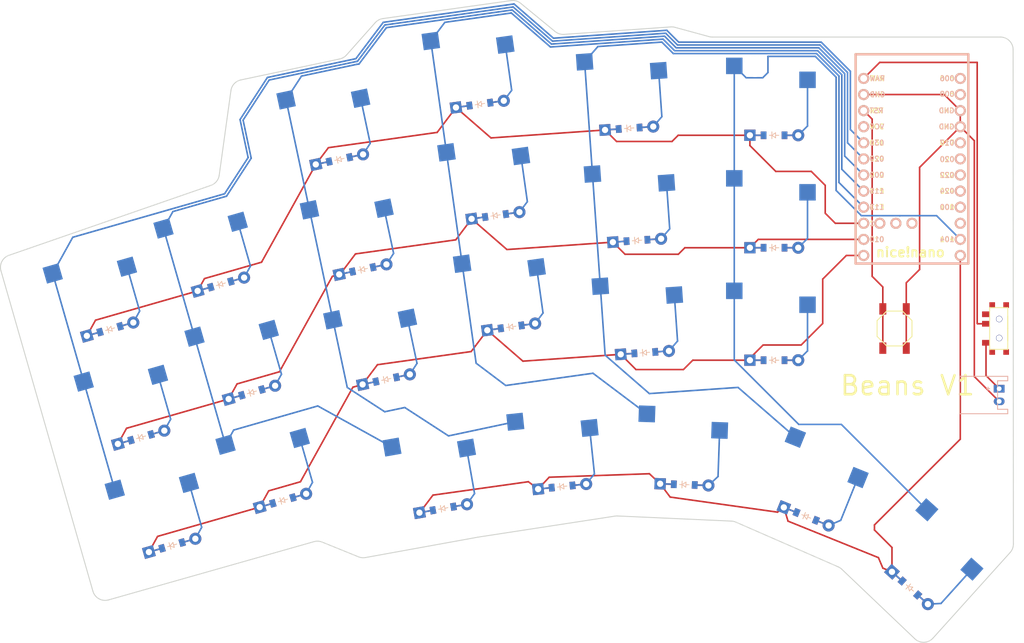
<source format=kicad_pcb>
(kicad_pcb (version 20240108) (generator "pcbnew") (generator_version "8.0")
  (title_block (title "left") (rev "v1.0.0") (company "Unknown"))
  (layers (0 "F.Cu" signal) (31 "B.Cu" signal) (34 "B.Paste" user) (35 "F.Paste" user) (36 "B.SilkS" user "B.Silkscreen") (37 "F.SilkS" user "F.Silkscreen") (38 "B.Mask" user) (39 "F.Mask" user) (44 "Edge.Cuts" user))
  (net 0 "")
  (net 1 "P031")
  (net 2 "first_bottom")
  (net 3 "first_home")
  (net 4 "first_top")
  (net 5 "P029")
  (net 6 "second_bottom")
  (net 7 "second_home")
  (net 8 "second_top")
  (net 9 "P002")
  (net 10 "third_bottom")
  (net 11 "third_home")
  (net 12 "third_top")
  (net 13 "P115")
  (net 14 "fourth_bottom")
  (net 15 "fourth_home")
  (net 16 "fourth_top")
  (net 17 "P113")
  (net 18 "fifth_bottom")
  (net 19 "fifth_home")
  (net 20 "fifth_top")
  (net 21 "P104")
  (net 22 "sixth_bottom")
  (net 23 "sixth_home")
  (net 24 "sixth_top")
  (net 25 "first_only")
  (net 26 "second_only")
  (net 27 "third_only")
  (net 28 "fourth_only")
  (net 29 "fifth_only")
  (net 30 "P009")
  (net 31 "P010")
  (net 32 "P111")
  (net 33 "P106")
  (net 34 "RAW")
  (net 35 "GND")
  (net 36 "RST")
  (net 37 "VCC")
  (net 38 "P006")
  (net 39 "P008")
  (net 40 "P017")
  (net 41 "P020")
  (net 42 "P022")
  (net 43 "P024")
  (net 44 "P100")
  (net 45 "P011")
  (net 46 "P101")
  (net 47 "P102")
  (net 48 "P107")
  (net 49 "pos")
  (footprint "E73:SPDT_C128955" (layer "F.Cu") (at 263.073646 135.802138 -90)
    (property "Reference" "T1" (hide yes))
    (property "Value" "" (hide yes))
  )
  (footprint "E73:SW_TACT_ALPS_SKQGABE010" (layer "F.Cu") (at 246.573652 135.802137 -90)
    (property "Reference" "B1" (hide yes))
    (property "Value" "" (hide yes))
  )
  (footprint "PG1350" (layer "F.Cu") (at 140.959797 141.899329 16)
    (property "Reference" "S5" (hide yes))
    (property "Value" "" (hide yes))
  )
  (footprint "PG1350" (layer "F.Cu") (at 231.735802 159.699079 -22)
    (property "Reference" "S22" (hide yes))
    (property "Value" "" (hide yes))
  )
  (footprint "ComboDiode" (layer "F.Cu") (at 227.573647 140.802127)
    (property "Reference" "D16" (hide yes))
    (property "Value" "" (hide yes))
  )
  (footprint "PG1350" (layer "F.Cu") (at 177.509157 95.852993 8)
    (property "Reference" "S12" (hide yes))
    (property "Value" "" (hide yes))
  )
  (footprint "ComboDiode" (layer "F.Cu") (at 127.749389 152.969453 16)
    (property "Reference" "D2" (hide yes))
    (property "Value" "" (hide yes))
  )
  (footprint "ComboDiode" (layer "F.Cu") (at 213.413397 160.439123 -2)
    (property "Reference" "D21" (hide yes))
    (property "Value" "" (hide yes))
  )
  (footprint "ComboDiode" (layer "F.Cu") (at 159.026152 109.109508 12)
    (property "Reference" "D9" (hide yes))
    (property "Value" "" (hide yes))
  )
  (footprint "ComboDiode" (layer "F.Cu") (at 232.644323 165.458812 -22)
    (property "Reference" "D22" (hide yes))
    (property "Value" "" (hide yes))
  )
  (footprint "ComboDiode" (layer "F.Cu") (at 162.716586 126.471639 12)
    (property "Reference" "D8" (hide yes))
    (property "Value" "" (hide yes))
  )
  (footprint "PG1350" (layer "F.Cu") (at 250.114864 171.030017 -42)
    (property "Reference" "S23" (hide yes))
    (property "Value" "" (hide yes))
  )
  (footprint "PG1350" (layer "F.Cu") (at 128.379977 166.05245 16)
    (property "Reference" "S1" (hide yes))
    (property "Value" "" (hide yes))
  )
  (footprint "ComboDiode" (layer "F.Cu") (at 132.641952 170.031841 16)
    (property "Reference" "D1" (hide yes))
    (property "Value" "" (hide yes))
  )
  (footprint "ComboDiode" (layer "F.Cu") (at 166.407012 143.833751 12)
    (property "Reference" "D7" (hide yes))
    (property "Value" "" (hide yes))
  )
  (footprint "PG1350" (layer "F.Cu") (at 190.643769 156.086362 6)
    (property "Reference" "S20" (hide yes))
    (property "Value" "" (hide yes))
  )
  (footprint "PG1350" (layer "F.Cu") (at 224.573647 118.052136)
    (property "Reference" "S17" (hide yes))
    (property "Value" "" (hide yes))
  )
  (footprint "ComboDiode" (layer "F.Cu") (at 227.573656 105.302136)
    (property "Reference" "D18" (hide yes))
    (property "Value" "" (hide yes))
  )
  (footprint "PG1350" (layer "F.Cu") (at 155.052147 104.842506 12)
    (property "Reference" "S9" (hide yes))
    (property "Value" "" (hide yes))
  )
  (footprint "PG1350" (layer "F.Cu") (at 123.487424 148.99006 16)
    (property "Reference" "S2" (hide yes))
    (property "Value" "" (hide yes))
  )
  (footprint "ComboDiode" (layer "F.Cu") (at 186.116473 135.541327 8)
    (property "Reference" "D10" (hide yes))
    (property "Value" "" (hide yes))
  )
  (footprint "ComboDiode" (layer "F.Cu") (at 194.149981 160.745386 6)
    (property "Reference" "D20" (hide yes))
    (property "Value" "" (hide yes))
  )
  (footprint "PG1350" (layer "F.Cu") (at 179.979486 113.430243 8)
    (property "Reference" "S11" (hide yes))
    (property "Value" "" (hide yes))
  )
  (footprint "ComboDiode" (layer "F.Cu") (at 204.716761 104.196338 4)
    (property "Reference" "D15" (hide yes))
    (property "Value" "" (hide yes))
  )
  (footprint "ComboDiode" (layer "F.Cu") (at 207.193113 139.609868 4)
    (property "Reference" "D13" (hide yes))
    (property "Value" "" (hide yes))
  )
  (footprint "PG1350" (layer "F.Cu") (at 118.594861 131.927657 16)
    (property "Reference" "S3" (hide yes))
    (property "Value" "" (hide yes))
  )
  (footprint "PG1350" (layer "F.Cu") (at 224.573648 135.802128)
    (property "Reference" "S16" (hide yes))
    (property "Value" "" (hide yes))
  )
  (footprint "PG1350" (layer "F.Cu") (at 202.61346 117.124562 4)
    (property "Reference" "S14" (hide yes))
    (property "Value" "" (hide yes))
  )
  (footprint "PG1350" (layer "F.Cu") (at 145.852358 158.961721 16)
    (property "Reference" "S4" (hide yes))
    (property "Value" "" (hide yes))
  )
  (footprint "ComboDiode" (layer "F.Cu") (at 183.64615 117.964063 8)
    (property "Reference" "D11" (hide yes))
    (property "Value" "" (hide yes))
  )
  (footprint "PG1350" (layer "F.Cu") (at 210.589722 155.33748 -2)
    (property "Reference" "S21" (hide yes))
    (property "Value" "" (hide yes))
  )
  (footprint "PG1350" (layer "F.Cu") (at 171.57365 159.802139 10)
    (property "Reference" "S19" (hide yes))
    (property "Value" "" (hide yes))
  )
  (footprint "nice_nano" (layer "F.Cu") (at 249.323656 110.302133 -90)
    (property "Reference" "MCU1" (hide yes))
    (property "Value" "nice_nano" (hide yes))
  )
  (footprint "PG1350" (layer "F.Cu") (at 182.449804 131.007503 8)
    (property "Reference" "S10" (hide yes))
    (property "Value" "" (hide yes))
  )
  (footprint "ComboDiode" (layer "F.Cu") (at 227.573651 123.052134)
    (property "Reference" "D17" (hide yes))
    (property "Value" "" (hide yes))
  )
  (footprint "ComboDiode" (layer "F.Cu") (at 150.11433 162.941126 16)
    (property "Reference" "D4" (hide yes))
    (property "Value" "" (hide yes))
  )
  (footprint "ComboDiode" (layer "F.Cu") (at 145.221778 145.878724 16)
    (property "Reference" "D5" (hide yes))
    (property "Value" "" (hide yes))
  )
  (footprint "ComboDiode" (layer "F.Cu") (at 175.396308 164.20523 10)
    (property "Reference" "D19" (hide yes))
    (property "Value" "" (hide yes))
  )
  (footprint "ComboDiode" (layer "F.Cu") (at 205.954941 121.903108 4)
    (property "Reference" "D14" (hide yes))
    (property "Value" "" (hide yes))
  )
  (footprint "PG1350" (layer "F.Cu") (at 162.433012 139.566748 12)
    (property "Reference" "S7" (hide yes))
    (property "Value" "" (hide yes))
  )
  (footprint "ComboDiode" (layer "F.Cu") (at 140.329209 128.816325 16)
    (property "Reference" "D6" (hide yes))
    (property "Value" "" (hide yes))
  )
  (footprint "ComboDiode" (layer "F.Cu") (at 181.175828 100.386802 8)
    (property "Reference" "D12" (hide yes))
    (property "Value" "" (hide yes))
  )
  (footprint "PG1350" (layer "F.Cu") (at 224.573644 100.302135)
    (property "Reference" "S18" (hide yes))
    (property "Value" "" (hide yes))
  )
  (footprint "JST_PH_S2B-PH-K_02x2.00mm_Angled" (layer "F.Cu") (at 263.073648 146.302129 -90)
    (property "Reference" "JST1" (hide yes))
    (property "Value" "" (hide yes))
  )
  (footprint "PG1350" (layer "F.Cu") (at 158.74258 122.204621 12)
    (property "Reference" "S8" (hide yes))
    (property "Value" "" (hide yes))
  )
  (footprint "ComboDiode" (layer "F.Cu") (at 248.998648 176.753127 -42)
    (property "Reference" "D23" (hide yes))
    (property "Value" "" (hide yes))
  )
  (footprint "PG1350" (layer "F.Cu") (at 136.067238 124.836931 16)
    (property "Reference" "S6" (hide yes))
    (property "Value" "" (hide yes))
  )
  (footprint "PG1350" (layer "F.Cu") (at 203.851638 134.831322 4)
    (property "Reference" "S13" (hide yes))
    (property "Value" "" (hide yes))
  )
  (footprint "PG1350" (layer "F.Cu") (at 201.375288 99.417799 4)
    (property "Reference" "S15" (hide yes))
    (property "Value" "" (hide yes))
  )
  (footprint "ComboDiode" (layer "F.Cu") (at 122.856829 135.90706 16)
    (property "Reference" "D3" (hide yes))
    (property "Value" "" (hide yes))
  )
  (gr_arc (start 220.845601 166.198244) (mid 221.208834 166.248272) (end 221.556828 166.363774) (stroke (width 0.15)) (layer "Edge.Cuts"))
  (gr_arc (start 160.15277 92.624372) (mid 159.663039 93.025442) (end 159.072497 93.253374) (stroke (width 0.15)) (layer "Edge.Cuts"))
  (gr_line (start 187.618825 84.48003) (end 193.045285 88.927897) (stroke (width 0.15)) (layer "Edge.Cuts"))
  (gr_line (start 180.884636 168.727744) (end 163.135383 171.949064) (stroke (width 0.15)) (layer "Edge.Cuts"))
  (gr_arc (start 265.314945 169.819107) (mid 265.182291 170.536403) (end 264.801217 171.158406) (stroke (width 0.15)) (layer "Edge.Cuts"))
  (gr_line (start 155.008462 169.442056) (end 122.619041 178.633224) (stroke (width 0.15)) (layer "Edge.Cuts"))
  (gr_line (start 265.274677 91.8011) (end 265.314945 169.819107) (stroke (width 0.15)) (layer "Edge.Cuts"))
  (gr_line (start 165.884005 86.883602) (end 186.072633 84.046275) (stroke (width 0.15)) (layer "Edge.Cuts"))
  (gr_arc (start 122.619041 178.633224) (mid 121.101033 178.457092) (end 120.150527 177.260464) (stroke (width 0.15)) (layer "Edge.Cuts"))
  (gr_arc (start 164.666266 87.536851) (mid 165.216925 87.101716) (end 165.884005 86.883602) (stroke (width 0.15)) (layer "Edge.Cuts"))
  (gr_line (start 160.15277 92.624372) (end 164.666267 87.536852) (stroke (width 0.15)) (layer "Edge.Cuts"))
  (gr_arc (start 141.917083 98.249349) (mid 142.434042 97.161028) (end 143.482378 96.567153) (stroke (width 0.15)) (layer "Edge.Cuts"))
  (gr_line (start 211.943534 88.265438) (end 217.315167 89.731551) (stroke (width 0.15)) (layer "Edge.Cuts"))
  (gr_arc (start 237.678356 173.413878) (mid 237.984378 173.580868) (end 238.256747 173.798467) (stroke (width 0.15)) (layer "Edge.Cuts"))
  (gr_arc (start 263.274685 89.802132) (mid 264.688533 90.387554) (end 265.274677 91.8011) (stroke (width 0.15)) (layer "Edge.Cuts"))
  (gr_line (start 264.801217 171.158406) (end 252.640242 184.66454) (stroke (width 0.15)) (layer "Edge.Cuts"))
  (gr_line (start 220.845601 166.198246) (end 202.878979 165.387955) (stroke (width 0.15)) (layer "Edge.Cuts"))
  (gr_line (start 202.485228 165.409106) (end 180.938142 168.718781) (stroke (width 0.15)) (layer "Edge.Cuts"))
  (gr_arc (start 140.069874 111.600012) (mid 139.634635 112.594854) (end 138.743688 113.215624) (stroke (width 0.15)) (layer "Edge.Cuts"))
  (gr_arc (start 186.072631 84.046271) (mid 186.891178 84.101143) (end 187.618825 84.48003) (stroke (width 0.15)) (layer "Edge.Cuts"))
  (gr_line (start 106.916469 124.246162) (end 138.743688 113.215624) (stroke (width 0.15)) (layer "Edge.Cuts"))
  (gr_line (start 194.452647 89.376245) (end 211.277404 88.199728) (stroke (width 0.15)) (layer "Edge.Cuts"))
  (gr_arc (start 163.135383 171.949064) (mid 162.572558 171.970609) (end 162.026049 171.834367) (stroke (width 0.15)) (layer "Edge.Cuts"))
  (gr_line (start 217.841777 89.802143) (end 263.274684 89.802132) (stroke (width 0.15)) (layer "Edge.Cuts"))
  (gr_line (start 162.026049 171.834367) (end 156.306627 169.512925) (stroke (width 0.15)) (layer "Edge.Cuts"))
  (gr_arc (start 180.884636 168.727744) (mid 180.911359 168.723081) (end 180.938142 168.718781) (stroke (width 0.15)) (layer "Edge.Cuts"))
  (gr_line (start 120.150527 177.260464) (end 105.648874 126.687163) (stroke (width 0.15)) (layer "Edge.Cuts"))
  (gr_arc (start 202.485228 165.409106) (mid 202.681581 165.388802) (end 202.878979 165.387955) (stroke (width 0.15)) (layer "Edge.Cuts"))
  (gr_arc (start 217.841787 89.802131) (mid 217.576122 89.784409) (end 217.315167 89.731551) (stroke (width 0.15)) (layer "Edge.Cuts"))
  (gr_arc (start 252.64024 184.66454) (mid 251.230376 185.324815) (end 249.774196 184.774144) (stroke (width 0.15)) (layer "Edge.Cuts"))
  (gr_line (start 237.678354 173.413881) (end 221.556828 166.363774) (stroke (width 0.15)) (layer "Edge.Cuts"))
  (gr_arc (start 155.008462 169.442056) (mid 155.663464 169.369062) (end 156.306627 169.512925) (stroke (width 0.15)) (layer "Edge.Cuts"))
  (gr_arc (start 194.452644 89.376242) (mid 193.706057 89.286754) (end 193.045285 88.927897) (stroke (width 0.15)) (layer "Edge.Cuts"))
  (gr_line (start 143.482378 96.567153) (end 159.072497 93.253374) (stroke (width 0.15)) (layer "Edge.Cuts"))
  (gr_line (start 140.069874 111.600012) (end 141.917082 98.249347) (stroke (width 0.15)) (layer "Edge.Cuts"))
  (gr_arc (start 105.648874 126.687163) (mid 105.79645 125.214171) (end 106.916469 124.246162) (stroke (width 0.15)) (layer "Edge.Cuts"))
  (gr_line (start 249.774196 184.774144) (end 238.256747 173.798467) (stroke (width 0.15)) (layer "Edge.Cuts"))
  (gr_arc (start 211.277406 88.199731) (mid 211.613238 88.204519) (end 211.943534 88.265438) (stroke (width 0.15)) (layer "Edge.Cuts"))
  (gr_text "Beans V1" (at 237.773648 144.802137 0) (layer "F.SilkS") (effects (font (size 3 3) (thickness 0.4)) (justify left)))
  (segment (start 118.699245 144.173263) (end 119.185734 145.869858) (width 0.25) (layer "B.Cu") (net 1))
  (segment (start 118.699246 144.173255) (end 118.699245 144.173263) (width 0.25) (layer "B.Cu") (net 1))
  (segment (start 210.634478 88.734138) (end 195.870529 89.766533) (width 0.25) (layer "B.Cu") (net 1))
  (segment (start 140.917314 114.535104) (end 116.971454 121.401475) (width 0.25) (layer "B.Cu") (net 1))
  (segment (start 119.185734 145.869862) (end 123.591803 161.235654) (width 0.25) (layer "B.Cu") (net 1))
  (segment (start 185.353911 84.746772) (end 173.272634 86.444682) (width 0.25) (layer "B.Cu") (net 1))
  (segment (start 165.94465 87.474557) (end 162.540274 91.992325) (width 0.25) (layer "B.Cu") (net 1))
  (segment (start 195.870529 89.766533) (end 192.781407 89.982544) (width 0.25) (layer "B.Cu") (net 1))
  (segment (start 161.55822 93.227062) (end 157.841265 94.017133) (width 0.25) (layer "B.Cu") (net 1))
  (segment (start 212.524366 90.601765) (end 210.656732 88.734139) (width 0.25) (layer "B.Cu") (net 1))
  (segment (start 116.971454 121.401475) (end 113.806691 127.110864) (width 0.25) (layer "B.Cu") (net 1))
  (segment (start 119.185734 145.869858) (end 119.185734 145.869862) (width 0.25) (layer "B.Cu") (net 1))
  (segment (start 113.806686 127.11086) (end 118.699246 144.173255) (width 0.25) (layer "B.Cu") (net 1))
  (segment (start 144.629886 108.818249) (end 140.917314 114.535104) (width 0.25) (layer "B.Cu") (net 1))
  (segment (start 162.540274 91.992325) (end 161.619671 93.214004) (width 0.25) (layer "B.Cu") (net 1))
  (segment (start 210.656732 88.734139) (end 210.634478 88.734138) (width 0.25) (layer "B.Cu") (net 1))
  (segment (start 239.6077 104.396186) (end 239.607706 95.201767) (width 0.25) (layer "B.Cu") (net 1))
  (segment (start 241.703657 106.492133) (end 239.6077 104.396186) (width 0.25) (layer "B.Cu") (net 1))
  (segment (start 173.272634 86.444682) (end 165.94465 87.474557) (width 0.25) (layer "B.Cu") (net 1))
  (segment (start 192.781407 89.982544) (end 186.564434 84.578206) (width 0.25) (layer "B.Cu") (net 1))
  (segment (start 143.355207 102.821344) (end 144.629886 108.818249) (width 0.25) (layer "B.Cu") (net 1))
  (segment (start 235.007702 90.601768) (end 212.524366 90.601765) (width 0.25) (layer "B.Cu") (net 1))
  (segment (start 157.841265 94.017133) (end 147.668527 96.179412) (width 0.25) (layer "B.Cu") (net 1))
  (segment (start 186.564434 84.578206) (end 186.542228 84.579763) (width 0.25) (layer "B.Cu") (net 1))
  (segment (start 161.619671 93.214004) (end 161.558226 93.227069) (width 0.25) (layer "B.Cu") (net 1))
  (segment (start 186.542228 84.579763) (end 185.353911 84.746772) (width 0.25) (layer "B.Cu") (net 1))
  (segment (start 239.607706 95.201767) (end 235.007702 90.601768) (width 0.25) (layer "B.Cu") (net 1))
  (segment (start 147.668527 96.179412) (end 143.355207 102.821344) (width 0.25) (layer "B.Cu") (net 1))
  (segment (start 161.558226 93.227069) (end 161.55822 93.227062) (width 0.25) (layer "B.Cu") (net 1))
  (segment (start 134.228033 169.577052) (end 136.304353 168.981658) (width 0.25) (layer "F.Cu") (net 2))
  (segment (start 137.3088 167.169604) (end 136.304353 168.981658) (width 0.25) (layer "B.Cu") (net 2))
  (segment (start 136.304353 168.981658) (end 134.228033 169.577052) (width 0.25) (layer "B.Cu") (net 2))
  (segment (start 135.300777 160.166819) (end 137.3088 167.169604) (width 0.25) (layer "B.Cu") (net 2))
  (segment (start 131.411798 151.919268) (end 129.335477 152.514643) (width 0.25) (layer "F.Cu") (net 3))
  (segment (start 132.416236 150.107203) (end 131.411798 151.919268) (width 0.25) (layer "B.Cu") (net 3))
  (segment (start 130.408212 143.104425) (end 132.416236 150.107203) (width 0.25) (layer "B.Cu") (net 3))
  (segment (start 131.411798 151.919268) (end 129.335477 152.514643) (width 0.25) (layer "B.Cu") (net 3))
  (segment (start 124.442914 135.452253) (end 126.519243 134.856874) (width 0.25) (layer "F.Cu") (net 4))
  (segment (start 125.515659 126.042029) (end 127.523684 133.044826) (width 0.25) (layer "B.Cu") (net 4))
  (segment (start 127.523684 133.044826) (end 126.519243 134.856874) (width 0.25) (layer "B.Cu") (net 4))
  (segment (start 126.519243 134.856874) (end 124.442914 135.452253) (width 0.25) (layer "B.Cu") (net 4))
  (segment (start 212.337963 91.051771) (end 234.821312 91.051767) (width 0.25) (layer "B.Cu") (net 5))
  (segment (start 161.697857 93.657435) (end 161.866875 93.633684) (width 0.25) (layer "B.Cu") (net 5))
  (segment (start 196.69997 90.159634) (end 209.269278 89.280701) (width 0.25) (layer "B.Cu") (net 5))
  (segment (start 140.849104 115.022792) (end 141.220532 114.91629) (width 0.25) (layer "B.Cu") (net 5))
  (segment (start 239.157705 95.388162) (end 239.157705 106.486183) (width 0.25) (layer "B.Cu") (net 5))
  (segment (start 144.128027 104.292819) (end 143.834122 102.910105) (width 0.25) (layer "B.Cu") (net 5))
  (segment (start 150.10964 96.12059) (end 157.934823 94.457297) (width 0.25) (layer "B.Cu") (net 5))
  (segment (start 184.822373 85.275896) (end 186.406801 85.053216) (width 0.25) (layer "B.Cu") (net 5))
  (segment (start 192.626858 90.444454) (end 196.69997 90.159634) (width 0.25) (layer "B.Cu") (net 5))
  (segment (start 186.406801 85.053216) (end 186.423598 85.052042) (width 0.25) (layer "B.Cu") (net 5))
  (segment (start 141.064187 154.144926) (end 142.349732 151.825748) (width 0.25) (layer "B.Cu") (net 5))
  (segment (start 131.279067 120.020135) (end 136.171628 137.082528) (width 0.25) (layer "B.Cu") (net 5))
  (segment (start 132.764052 117.341148) (end 140.849104 115.022792) (width 0.25) (layer "B.Cu") (net 5))
  (segment (start 136.286009 137.481437) (end 136.286004 137.481444) (width 0.25) (layer "B.Cu") (net 5))
  (segment (start 145.112312 108.923482) (end 144.128027 104.292819) (width 0.25) (layer "B.Cu") (net 5))
  (segment (start 161.651777 93.667227) (end 161.697857 93.657435) (width 0.25) (layer "B.Cu") (net 5))
  (segment (start 167.39366 87.725336) (end 184.822373 85.275896) (width 0.25) (layer "B.Cu") (net 5))
  (segment (start 234.821312 91.051767) (end 239.157705 95.388162) (width 0.25) (layer "B.Cu") (net 5))
  (segment (start 210.483195 89.196994) (end 212.337963 91.051771) (width 0.25) (layer "B.Cu") (net 5))
  (segment (start 147.94441 96.580822) (end 150.10964 96.12059) (width 0.25) (layer "B.Cu") (net 5))
  (segment (start 131.279065 120.020135) (end 132.764052 117.341148) (width 0.25) (layer "B.Cu") (net 5))
  (segment (start 155.610569 148.023253) (end 167.315188 154.51123) (width 0.25) (layer "B.Cu") (net 5))
  (segment (start 157.934823 94.457297) (end 161.651777 93.667227) (width 0.25) (layer "B.Cu") (net 5))
  (segment (start 141.220532 114.91629) (end 145.112312 108.923482) (width 0.25) (layer "B.Cu") (net 5))
  (segment (start 163.495426 91.472531) (end 166.191864 87.894236) (width 0.25) (layer "B.Cu") (net 5))
  (segment (start 161.866875 93.633684) (end 163.495426 91.472531) (width 0.25) (layer "B.Cu") (net 5))
  (segment (start 239.157705 106.486183) (end 241.703655 109.03214) (width 0.25) (layer "B.Cu") (net 5))
  (segment (start 186.423598 85.052042) (end 192.626858 90.444454) (width 0.25) (layer "B.Cu") (net 5))
  (segment (start 143.834122 102.910105) (end 144.810939 101.405943) (width 0.25) (layer "B.Cu") (net 5))
  (segment (start 210.466356 89.196997) (end 210.483195 89.196994) (width 0.25) (layer "B.Cu") (net 5))
  (segment (start 166.191864 87.894236) (end 167.39366 87.725336) (width 0.25) (layer "B.Cu") (net 5))
  (segment (start 144.810939 101.405943) (end 147.94441 96.580822) (width 0.25) (layer "B.Cu") (net 5))
  (segment (start 136.286004 137.481444) (end 141.064187 154.144926) (width 0.25) (layer "B.Cu") (net 5))
  (segment (start 136.171614 137.082536) (end 136.286009 137.481437) (width 0.25) (layer "B.Cu") (net 5))
  (segment (start 209.269278 89.280701) (end 210.466356 89.196997) (width 0.25) (layer "B.Cu") (net 5))
  (segment (start 142.349732 151.825748) (end 155.610569 148.023253) (width 0.25) (layer "B.Cu") (net 5))
  (segment (start 136.171628 137.082528) (end 136.171614 137.082536) (width 0.25) (layer "B.Cu") (net 5))
  (segment (start 151.700418 162.48632) (end 153.776753 161.890949) (width 0.25) (layer "F.Cu") (net 6))
  (segment (start 152.77316 153.07608) (end 154.781182 160.078882) (width 0.25) (layer "B.Cu") (net 6))
  (segment (start 153.776753 161.890949) (end 151.700418 162.48632) (width 0.25) (layer "B.Cu") (net 6))
  (segment (start 154.781182 160.078882) (end 153.776753 161.890949) (width 0.25) (layer "B.Cu") (net 6))
  (segment (start 146.807857 145.423926) (end 148.884179 144.828554) (width 0.25) (layer "F.Cu") (net 7))
  (segment (start 148.884179 144.828554) (end 146.807857 145.423926) (width 0.25) (layer "B.Cu") (net 7))
  (segment (start 147.880597 136.013689) (end 149.888614 143.016497) (width 0.25) (layer "B.Cu") (net 7))
  (segment (start 149.888614 143.016497) (end 148.884179 144.828554) (width 0.25) (layer "B.Cu") (net 7))
  (segment (start 141.915289 128.361526) (end 143.991622 127.766158) (width 0.25) (layer "F.Cu") (net 8))
  (segment (start 144.996058 125.95409) (end 143.991622 127.766158) (width 0.25) (layer "B.Cu") (net 8))
  (segment (start 142.988038 118.951298) (end 144.996058 125.95409) (width 0.25) (layer "B.Cu") (net 8))
  (segment (start 143.991622 127.766158) (end 141.915289 128.361526) (width 0.25) (layer "B.Cu") (net 8))
  (segment (start 160.261445 145.102203) (end 166.170466 148.939566) (width 0.25) (layer "B.Cu") (net 9))
  (segment (start 238.707704 108.576192) (end 241.703652 111.572135) (width 0.25) (layer "B.Cu") (net 9))
  (segment (start 184.092787 85.832854) (end 186.271378 85.526675) (width 0.25) (layer "B.Cu") (net 9))
  (segment (start 169.328649 148.268281) (end 176.230528 152.750408) (width 0.25) (layer "B.Cu") (net 9))
  (segment (start 166.439079 88.313921) (end 184.092787 85.832854) (width 0.25) (layer "B.Cu") (net 9))
  (segment (start 166.322986 88.467971) (end 166.439079 88.313921) (width 0.25) (layer "B.Cu") (net 9))
  (segment (start 157.832755 94.939044) (end 161.745341 94.107399) (width 0.25) (layer "B.Cu") (net 9))
  (segment (start 162.112232 94.055832) (end 166.322986 88.467971) (width 0.25) (layer "B.Cu") (net 9))
  (segment (start 238.707702 95.574561) (end 238.707704 108.576192) (width 0.25) (layer "B.Cu") (net 9))
  (segment (start 186.271378 85.526675) (end 192.460913 90.907154) (width 0.25) (layer "B.Cu") (net 9))
  (segment (start 154.30207 117.065549) (end 154.302068 117.065551) (width 0.25) (layer "B.Cu") (net 9))
  (segment (start 209.300665 89.729606) (end 210.298233 89.659845) (width 0.25) (layer "B.Cu") (net 9))
  (segment (start 157.992496 134.427678) (end 157.992502 134.427684) (width 0.25) (layer "B.Cu") (net 9))
  (segment (start 234.634913 91.50177) (end 238.707702 95.574561) (width 0.25) (layer "B.Cu") (net 9))
  (segment (start 176.230528 152.750408) (end 186.764767 150.511286) (width 0.25) (layer "B.Cu") (net 9))
  (segment (start 192.844189 90.880356) (end 209.300665 89.729606) (width 0.25) (layer "B.Cu") (net 9))
  (segment (start 166.170466 148.939566) (end 169.328649 148.268281) (width 0.25) (layer "B.Cu") (net 9))
  (segment (start 154.302068 117.065551) (end 157.992496 134.427678) (width 0.25) (layer "B.Cu") (net 9))
  (segment (start 212.140153 91.501768) (end 234.634913 91.50177) (width 0.25) (layer "B.Cu") (net 9))
  (segment (start 192.460913 90.907154) (end 192.844189 90.880356) (width 0.25) (layer "B.Cu") (net 9))
  (segment (start 150.611633 99.703442) (end 153.044758 95.95676) (width 0.25) (layer "B.Cu") (net 9))
  (segment (start 153.044758 95.95676) (end 157.832755 94.939044) (width 0.25) (layer "B.Cu") (net 9))
  (segment (start 210.298233 89.659845) (end 212.140153 91.501768) (width 0.25) (layer "B.Cu") (net 9))
  (segment (start 161.745341 94.107399) (end 162.112232 94.055832) (width 0.25) (layer "B.Cu") (net 9))
  (segment (start 157.992502 134.427684) (end 160.261445 145.102203) (width 0.25) (layer "B.Cu") (net 9))
  (segment (start 150.61163 99.703444) (end 154.30207 117.065549) (width 0.25) (layer "B.Cu") (net 9))
  (segment (start 170.133754 143.041608) (end 168.020959 143.490703) (width 0.25) (layer "F.Cu") (net 10))
  (segment (start 169.747521 134.17823) (end 171.262147 141.304032) (width 0.25) (layer "B.Cu") (net 10))
  (segment (start 171.262147 141.304032) (end 170.133754 143.041608) (width 0.25) (layer "B.Cu") (net 10))
  (segment (start 168.020959 143.490703) (end 170.133754 143.041608) (width 0.25) (layer "B.Cu") (net 10))
  (segment (start 166.44332 125.67949) (end 164.330519 126.128577) (width 0.25) (layer "F.Cu") (net 11))
  (segment (start 166.057078 116.816099) (end 167.571716 123.941901) (width 0.25) (layer "B.Cu") (net 11))
  (segment (start 167.571716 123.941901) (end 166.44332 125.67949) (width 0.25) (layer "B.Cu") (net 11))
  (segment (start 166.44332 125.67949) (end 164.330519 126.128577) (width 0.25) (layer "B.Cu") (net 11))
  (segment (start 160.640096 108.76646) (end 162.752898 108.317366) (width 0.25) (layer "F.Cu") (net 12))
  (segment (start 163.881289 106.579803) (end 162.752898 108.317366) (width 0.25) (layer "B.Cu") (net 12))
  (segment (start 162.752898 108.317366) (end 160.640096 108.76646) (width 0.25) (layer "B.Cu") (net 12))
  (segment (start 162.366645 99.453986) (end 163.881289 106.579803) (width 0.25) (layer "B.Cu") (net 12))
  (segment (start 180.585672 141.275342) (end 185.256535 144.795094) (width 0.25) (layer "B.Cu") (net 13))
  (segment (start 238.2577 95.760956) (end 238.257704 110.666179) (width 0.25) (layer "B.Cu") (net 13))
  (segment (start 173.437951 90.416686) (end 175.656217 87.472957) (width 0.25) (layer "B.Cu") (net 13))
  (segment (start 234.44852 91.951764) (end 238.2577 95.760956) (width 0.25) (layer "B.Cu") (net 13))
  (segment (start 186.133677 86.00323) (end 189.491155 88.921838) (width 0.25) (layer "B.Cu") (net 13))
  (segment (start 175.908272 107.993941) (end 178.378593 125.571194) (width 0.25) (layer "B.Cu") (net 13))
  (segment (start 238.257704 110.666179) (end 241.703656 114.112131) (width 0.25) (layer "B.Cu") (net 13))
  (segment (start 178.378593 125.571194) (end 178.378599 125.571201) (width 0.25) (layer "B.Cu") (net 13))
  (segment (start 199.011558 142.861948) (end 207.524365 149.276802) (width 0.25) (layer "B.Cu") (net 13))
  (segment (start 201.860229 90.700989) (end 210.040253 90.128988) (width 0.25) (layer "B.Cu") (net 13))
  (segment (start 175.908275 107.993933) (end 175.908272 107.993941) (width 0.25) (layer "B.Cu") (net 13))
  (segment (start 185.256535 144.795094) (end 199.011558 142.861948) (width 0.25) (layer "B.Cu") (net 13))
  (segment (start 186.094312 86.005982) (end 186.133677 86.00323) (width 0.25) (layer "B.Cu") (net 13))
  (segment (start 210.040253 90.128988) (end 210.06251 90.128986) (width 0.25) (layer "B.Cu") (net 13))
  (segment (start 175.656217 87.472957) (end 182.372933 86.528987) (width 0.25) (layer "B.Cu") (net 13))
  (segment (start 173.437954 90.416683) (end 175.908275 107.993933) (width 0.25) (layer "B.Cu") (net 13))
  (segment (start 210.06251 90.128986) (end 211.885289 91.951766) (width 0.25) (layer "B.Cu") (net 13))
  (segment (start 192.306366 91.369064) (end 201.860229 90.700989) (width 0.25) (layer "B.Cu") (net 13))
  (segment (start 189.491155 88.921838) (end 192.306366 91.369064) (width 0.25) (layer "B.Cu") (net 13))
  (segment (start 211.885289 91.951766) (end 234.44852 91.951764) (width 0.25) (layer "B.Cu") (net 13))
  (segment (start 182.372933 86.528987) (end 186.094312 86.005982) (width 0.25) (layer "B.Cu") (net 13))
  (segment (start 186.094312 86.005982) (end 186.130923 86.000835) (width 0.25) (layer "B.Cu") (net 13))
  (segment (start 178.378599 125.571201) (end 180.585672 141.275342) (width 0.25) (layer "B.Cu") (net 13))
  (segment (start 189.889395 135.01108) (end 187.750418 135.31169) (width 0.25) (layer "F.Cu") (net 14))
  (segment (start 187.750418 135.31169) (end 187.75042 135.311687) (width 0.25) (layer "F.Cu") (net 14))
  (segment (start 189.889389 135.011078) (end 189.889395 135.01108) (width 0.25) (layer "B.Cu") (net 14))
  (segment (start 191.136247 133.35644) (end 189.889395 135.01108) (width 0.25) (layer "B.Cu") (net 14))
  (segment (start 187.75042 135.311687) (end 189.889389 135.011078) (width 0.25) (layer "B.Cu") (net 14))
  (segment (start 190.122378 126.142334) (end 191.136247 133.35644) (width 0.25) (layer "B.Cu") (net 14))
  (segment (start 187.419078 117.433812) (end 185.280099 117.734428) (width 0.25) (layer "F.Cu") (net 15))
  (segment (start 185.280099 117.734428) (end 185.280097 117.734433) (width 0.25) (layer "F.Cu") (net 15))
  (segment (start 188.665925 115.779184) (end 187.419078 117.433812) (width 0.25) (layer "B.Cu") (net 15))
  (segment (start 185.280099 117.734428) (end 185.280097 117.734433) (width 0.25) (layer "B.Cu") (net 15))
  (segment (start 187.652056 108.56508) (end 188.665925 115.779184) (width 0.25) (layer "B.Cu") (net 15))
  (segment (start 187.419078 117.433812) (end 185.280099 117.734428) (width 0.25) (layer "B.Cu") (net 15))
  (segment (start 182.809767 100.157176) (end 184.948751 99.856556) (width 0.25) (layer "F.Cu") (net 16))
  (segment (start 184.948751 99.856556) (end 184.948754 99.85656) (width 0.25) (layer "F.Cu") (net 16))
  (segment (start 182.809767 100.157176) (end 184.948751 99.856556) (width 0.25) (layer "B.Cu") (net 16))
  (segment (start 184.948751 99.856556) (end 184.948754 99.85656) (width 0.25) (layer "B.Cu") (net 16))
  (segment (start 186.195609 98.201929) (end 184.948754 99.85656) (width 0.25) (layer "B.Cu") (net 16))
  (segment (start 185.181732 90.987833) (end 186.195609 98.201929) (width 0.25) (layer "B.Cu") (net 16))
  (segment (start 197.693211 93.71074) (end 199.791676 91.296736) (width 0.25) (layer "B.Cu") (net 17))
  (segment (start 200.169563 129.124265) (end 200.169564 129.124267) (width 0.25) (layer "B.Cu") (net 17))
  (segment (start 237.807706 95.947351) (end 237.807708 112.756182) (width 0.25) (layer "B.Cu") (net 17))
  (segment (start 209.87213 90.591843) (end 211.682058 92.401771) (width 0.25) (layer "B.Cu") (net 17))
  (segment (start 234.262125 92.401765) (end 237.807706 95.947351) (width 0.25) (layer "B.Cu") (net 17))
  (segment (start 200.930817 140.010684) (end 207.905657 146.073815) (width 0.25) (layer "B.Cu") (net 17))
  (segment (start 198.931396 111.417504) (end 198.931389 111.417504) (width 0.25) (layer "B.Cu") (net 17))
  (segment (start 200.169564 129.124267) (end 200.930817 140.010684) (width 0.25) (layer "B.Cu") (net 17))
  (segment (start 221.887029 145.096139) (end 230.928183 152.955492) (width 0.25) (layer "B.Cu") (net 17))
  (segment (start 237.807708 112.756182) (end 241.703657 116.652132) (width 0.25) (layer "B.Cu") (net 17))
  (segment (start 211.682058 92.401771) (end 234.262125 92.401765) (width 0.25) (layer "B.Cu") (net 17))
  (segment (start 207.905657 146.073815) (end 221.887029 145.096139) (width 0.25) (layer "B.Cu") (net 17))
  (segment (start 198.931389 111.417504) (end 200.169563 129.124265) (width 0.25) (layer "B.Cu") (net 17))
  (segment (start 197.693212 93.710734) (end 198.931396 111.417504) (width 0.25) (layer "B.Cu") (net 17))
  (segment (start 199.791676 91.296736) (end 209.87213 90.591843) (width 0.25) (layer "B.Cu") (net 17))
  (segment (start 208.839089 139.494772) (end 208.839086 139.494773) (width 0.25) (layer "F.Cu") (net 18))
  (segment (start 210.993829 139.344098) (end 208.839089 139.494772) (width 0.25) (layer "F.Cu") (net 18))
  (segment (start 211.844894 130.51323) (end 212.353078 137.780464) (width 0.25) (layer "B.Cu") (net 18))
  (segment (start 212.353078 137.780464) (end 210.993829 139.344098) (width 0.25) (layer "B.Cu") (net 18))
  (segment (start 210.993829 139.344098) (end 208.839089 139.494772) (width 0.25) (layer "B.Cu") (net 18))
  (segment (start 208.839089 139.494772) (end 208.839086 139.494773) (width 0.25) (layer "B.Cu") (net 18))
  (segment (start 209.75566 121.63733) (end 209.755663 121.637333) (width 0.25) (layer "F.Cu") (net 19))
  (segment (start 207.600922 121.788011) (end 209.75566 121.63733) (width 0.25) (layer "F.Cu") (net 19))
  (segment (start 207.600925 121.788011) (end 207.600922 121.788011) (width 0.25) (layer "B.Cu") (net 19))
  (segment (start 211.114887 120.073718) (end 209.755663 121.637333) (width 0.25) (layer "B.Cu") (net 19))
  (segment (start 210.606719 112.806458) (end 211.114887 120.073718) (width 0.25) (layer "B.Cu") (net 19))
  (segment (start 209.755663 121.637333) (end 207.600925 121.788011) (width 0.25) (layer "B.Cu") (net 19))
  (segment (start 206.362743 104.081246) (end 208.51748 103.930567) (width 0.25) (layer "F.Cu") (net 20))
  (segment (start 208.51748 103.930567) (end 208.517482 103.930573) (width 0.25) (layer "F.Cu") (net 20))
  (segment (start 208.517482 103.930573) (end 206.362741 104.081247) (width 0.25) (layer "B.Cu") (net 20))
  (segment (start 209.876729 102.366952) (end 208.517482 103.930573) (width 0.25) (layer "B.Cu") (net 20))
  (segment (start 209.36855 95.0997) (end 209.876729 102.366952) (width 0.25) (layer "B.Cu") (net 20))
  (segment (start 206.362741 104.081247) (end 206.362743 104.081246) (width 0.25) (layer "B.Cu") (net 20))
  (segment (start 253.202355 117.990835) (end 256.943656 121.732138) (width 0.25) (layer "B.Cu") (net 21))
  (segment (start 238.18366 150.93817) (end 251.662394 164.416897) (width 0.25) (layer "B.Cu") (net 21))
  (segment (start 231.47169 150.938167) (end 238.18366 150.93817) (width 0.25) (layer "B.Cu") (net 21))
  (segment (start 221.298651 140.765122) (end 231.47169 150.938167) (width 0.25) (layer "B.Cu") (net 21))
  (segment (start 226.607703 92.851771) (end 234.075721 92.851765) (width 0.25) (layer "B.Cu") (net 21))
  (segment (start 221.298653 112.102133) (end 221.298653 112.102135) (width 0.25) (layer "B.Cu") (net 21))
  (segment (start 247.418633 117.990833) (end 253.202355 117.990835) (width 0.25) (layer "B.Cu") (net 21))
  (segment (start 221.298653 112.102135) (end 221.298644 129.852133) (width 0.25) (layer "B.Cu") (net 21))
  (segment (start 237.357703 114.005077) (end 241.343463 117.990838) (width 0.25) (layer "B.Cu") (net 21))
  (segment (start 226.607702 95.401768) (end 226.607703 92.851771) (width 0.25) (layer "B.Cu") (net 21))
  (segment (start 221.29865 94.352136) (end 223.173646 96.227135) (width 0.25) (layer "B.Cu") (net 21))
  (segment (start 247.396769 117.990839) (end 247.407706 118.001766) (width 0.25) (layer "B.Cu") (net 21))
  (segment (start 221.298642 129.852128) (end 221.298651 140.765122) (width 0.25) (layer "B.Cu") (net 21))
  (segment (start 234.075721 92.851765) (end 237.357705 96.13375) (width 0.25) (layer "B.Cu") (net 21))
  (segment (start 247.407706 118.001766) (end 247.418633 117.990833) (width 0.25) (layer "B.Cu") (net 21))
  (segment (start 221.298644 129.852133) (end 221.298642 129.852128) (width 0.25) (layer "B.Cu") (net 21))
  (segment (start 225.782336 96.227135) (end 226.607702 95.401768) (width 0.25) (layer "B.Cu") (net 21))
  (segment (start 241.343463 117.990838) (end 247.396769 117.990839) (width 0.25) (layer "B.Cu") (net 21))
  (segment (start 223.173646 96.227135) (end 225.782336 96.227135) (width 0.25) (layer "B.Cu") (net 21))
  (segment (start 221.298653 94.352137) (end 221.298653 112.102133) (width 0.25) (layer "B.Cu") (net 21))
  (segment (start 237.357705 96.13375) (end 237.357703 114.005077) (width 0.25) (layer "B.Cu") (net 21))
  (segment (start 229.223647 140.80213) (end 229.223647 140.802129) (width 0.25) (layer "F.Cu") (net 22))
  (segment (start 231.383656 140.802137) (end 229.223647 140.80213) (width 0.25) (layer "F.Cu") (net 22))
  (segment (start 232.848648 139.337126) (end 231.383656 140.802137) (width 0.25) (layer "B.Cu") (net 22))
  (segment (start 231.383656 140.802134) (end 231.383656 140.802137) (width 0.25) (layer "B.Cu") (net 22))
  (segment (start 229.223647 140.802129) (end 231.383656 140.802134) (width 0.25) (layer "B.Cu") (net 22))
  (segment (start 232.848654 132.05214) (end 232.848648 139.337126) (width 0.25) (layer "B.Cu") (net 22))
  (segment (start 229.223654 123.052128) (end 229.223654 123.052126) (width 0.25) (layer "F.Cu") (net 23))
  (segment (start 231.383654 123.052122) (end 229.223654 123.052128) (width 0.25) (layer "F.Cu") (net 23))
  (segment (start 231.38365 123.052127) (end 231.383654 123.052122) (width 0.25) (layer "B.Cu") (net 23))
  (segment (start 229.223654 123.052126) (end 231.38365 123.052127) (width 0.25) (layer "B.Cu") (net 23))
  (segment (start 232.84865 121.587132) (end 231.383654 123.052122) (width 0.25) (layer "B.Cu") (net 23))
  (segment (start 232.848654 114.302139) (end 232.84865 121.587132) (width 0.25) (layer "B.Cu") (net 23))
  (segment (start 231.383653 105.302139) (end 229.223639 105.302135) (width 0.25) (layer "F.Cu") (net 24))
  (segment (start 229.223639 105.302135) (end 229.223642 105.302132) (width 0.25) (layer "F.Cu") (net 24))
  (segment (start 231.383653 105.302139) (end 229.223639 105.302135) (width 0.25) (layer "B.Cu") (net 24))
  (segment (start 232.848647 103.837148) (end 231.383653 105.302139) (width 0.25) (layer "B.Cu") (net 24))
  (segment (start 232.84865 96.55213) (end 232.848647 103.837148) (width 0.25) (layer "B.Cu") (net 24))
  (segment (start 229.223639 105.302135) (end 229.223642 105.302132) (width 0.25) (layer "B.Cu") (net 24))
  (segment (start 177.021235 163.918706) (end 179.148423 163.543632) (width 0.25) (layer "F.Cu") (net 25))
  (segment (start 179.148423 163.543632) (end 177.021235 163.918706) (width 0.25) (layer "B.Cu") (net 25))
  (segment (start 180.33678 161.846492) (end 179.148423 163.543632) (width 0.25) (layer "B.Cu") (net 25))
  (segment (start 179.071751 154.672172) (end 180.33678 161.846492) (width 0.25) (layer "B.Cu") (net 25))
  (segment (start 195.790945 160.57291) (end 197.939108 160.347127) (width 0.25) (layer "F.Cu") (net 26))
  (segment (start 197.939108 160.347127) (end 197.939106 160.347138) (width 0.25) (layer "F.Cu") (net 26))
  (segment (start 198.481461 151.491922) (end 199.242948 158.737029) (width 0.25) (layer "B.Cu") (net 26))
  (segment (start 197.939106 160.347138) (end 195.79094 160.572915) (width 0.25) (layer "B.Cu") (net 26))
  (segment (start 199.242948 158.737029) (end 197.939106 160.347138) (width 0.25) (layer "B.Cu") (net 26))
  (segment (start 195.79094 160.572915) (end 195.790945 160.57291) (width 0.25) (layer "B.Cu") (net 26))
  (segment (start 217.221077 160.572096) (end 215.062392 160.496713) (width 0.25) (layer "F.Cu") (net 27))
  (segment (start 215.062392 160.496713) (end 215.062394 160.49671) (width 0.25) (layer "F.Cu") (net 27))
  (segment (start 218.990562 151.878558) (end 218.736318 159.159119) (width 0.25) (layer "B.Cu") (net 27))
  (segment (start 217.221077 160.572096) (end 215.062392 160.496713) (width 0.25) (layer "B.Cu") (net 27))
  (segment (start 218.736318 159.159119) (end 217.221077 160.572096) (width 0.25) (layer "B.Cu") (net 27))
  (segment (start 215.062392 160.496713) (end 215.062394 160.49671) (width 0.25) (layer "B.Cu") (net 27))
  (segment (start 234.17418 166.07691) (end 236.17689 166.88607) (width 0.25) (layer "F.Cu") (net 28))
  (segment (start 236.17689 166.88607) (end 236.176902 166.886058) (width 0.25) (layer "F.Cu") (net 28))
  (segment (start 238.084015 166.076532) (end 236.176902 166.886058) (width 0.25) (layer "B.Cu") (net 28))
  (segment (start 234.174178 166.076914) (end 234.17418 166.07691) (width 0.25) (layer "B.Cu") (net 28))
  (segment (start 236.176902 166.886058) (end 234.174178 166.076914) (width 0.25) (layer "B.Cu") (net 28))
  (segment (start 240.81302 159.322001) (end 238.084015 166.076532) (width 0.25) (layer "B.Cu") (net 28))
  (segment (start 251.83003 179.302523) (end 250.224835 177.857191) (width 0.25) (layer "F.Cu") (net 29))
  (segment (start 250.224835 177.857191) (end 250.224834 177.857194) (width 0.25) (layer "F.Cu") (net 29))
  (segment (start 250.224834 177.857194) (end 251.830026 179.302523) (width 0.25) (layer "B.Cu") (net 29))
  (segment (start 251.830026 179.302523) (end 251.83003 179.302523) (width 0.25) (layer "B.Cu") (net 29))
  (segment (start 258.773629 173.780283) (end 253.899016 179.194082) (width 0.25) (layer "B.Cu") (net 29))
  (segment (start 253.899016 179.194082) (end 251.83003 179.302523) (width 0.25) (layer "B.Cu") (net 29))
  (segment (start 165.02515 141.514128) (end 179.807861 139.436555) (width 0.25) (layer "F.Cu") (net 30))
  (segment (start 203.392391 139.875637) (end 205.547131 139.724964) (width 0.25) (layer "F.Cu") (net 30))
  (segment (start 162.680264 144.625895) (end 165.02515 141.514128) (width 0.25) (layer "F.Cu") (net 30))
  (segment (start 203.39239 139.875643) (end 205.796909 142.280154) (width 0.25) (layer "F.Cu") (net 30))
  (segment (start 214.754433 140.802129) (end 223.763651 140.802128) (width 0.25) (layer "F.Cu") (net 30))
  (segment (start 225.843139 138.406113) (end 223.763654 140.485599) (width 0.25) (layer "F.Cu") (net 30))
  (segment (start 182.343556 136.07158) (end 182.343558 136.071578) (width 0.25) (layer "F.Cu") (net 30))
  (segment (start 225.923647 140.802131) (end 223.763647 140.802135) (width 0.25) (layer "F.Cu") (net 30))
  (segment (start 184.482534 135.770957) (end 182.343556 136.07158) (width 0.25) (layer "F.Cu") (net 30))
  (segment (start 128.979551 171.082019) (end 130.350798 168.608221) (width 0.25) (layer "F.Cu") (net 30))
  (segment (start 179.807861 139.436555) (end 182.343553 136.071577) (width 0.25) (layer "F.Cu") (net 30))
  (segment (start 205.547131 139.724964) (end 205.547132 139.724977) (width 0.25) (layer "F.Cu") (net 30))
  (segment (start 213.27641 142.280157) (end 214.754433 140.802129) (width 0.25) (layer "F.Cu") (net 30))
  (segment (start 238.977114 124.272132) (end 235.243137 128.006117) (width 0.25) (layer "F.Cu") (net 30))
  (segment (start 152.879429 159.987061) (end 161.151227 145.064341) (width 0.25) (layer "F.Cu") (net 30))
  (segment (start 223.763647 140.802135) (end 223.76365 140.802136) (width 0.25) (layer "F.Cu") (net 30))
  (segment (start 235.243133 135.006114) (end 231.843139 138.406114) (width 0.25) (layer "F.Cu") (net 30))
  (segment (start 235.243137 128.006117) (end 235.243133 135.006114) (width 0.25) (layer "F.Cu") (net 30))
  (segment (start 161.151227 145.064341) (end 162.680264 144.625895) (width 0.25) (layer "F.Cu") (net 30))
  (segment (start 241.703657 124.272134) (end 238.977114 124.272132) (width 0.25) (layer "F.Cu") (net 30))
  (segment (start 128.97956 171.082017) (end 131.055873 170.486638) (width 0.25) (layer "F.Cu") (net 30))
  (segment (start 231.843139 138.406114) (end 225.843139 138.406113) (width 0.25) (layer "F.Cu") (net 30))
  (segment (start 205.796909 142.280154) (end 213.27641 142.280157) (width 0.25) (layer "F.Cu") (net 30))
  (segment (start 147.876281 161.42169) (end 152.879429 159.987061) (width 0.25) (layer "F.Cu") (net 30))
  (segment (start 187.960965 140.954713) (end 203.392392 139.875638) (width 0.25) (layer "F.Cu") (net 30))
  (segment (start 146.451928 163.991297) (end 147.876281 161.42169) (width 0.25) (layer "F.Cu") (net 30))
  (segment (start 164.793067 144.176799) (end 162.680261 144.6259) (width 0.25) (layer "F.Cu") (net 30))
  (segment (start 146.451933 163.991301) (end 148.528259 163.39592) (width 0.25) (layer "F.Cu") (net 30))
  (segment (start 223.763654 140.485599) (end 223.763652 140.802127) (width 0.25) (layer "F.Cu") (net 30))
  (segment (start 130.350798 168.608221) (end 146.451928 163.991297) (width 0.25) (layer "F.Cu") (net 30))
  (segment (start 182.343553 136.071577) (end 187.960965 140.954713) (width 0.25) (layer "F.Cu") (net 30))
  (segment (start 225.923647 140.802128) (end 225.923647 140.802131) (width 0.25) (layer "B.Cu") (net 30))
  (segment (start 205.547131 139.724964) (end 205.547132 139.724977) (width 0.25) (layer "B.Cu") (net 30))
  (segment (start 162.680261 144.6259) (end 164.793067 144.176799) (width 0.25) (layer "B.Cu") (net 30))
  (segment (start 223.76365 140.802136) (end 225.923647 140.802128) (width 0.25) (layer "B.Cu") (net 30))
  (segment (start 182.343558 136.071578) (end 184.482534 135.770957) (width 0.25) (layer "B.Cu") (net 30))
  (segment (start 131.055873 170.486638) (end 128.97956 171.082017) (width 0.25) (layer "B.Cu") (net 30))
  (segment (start 203.392391 139.875637) (end 205.547131 139.724964) (width 0.25) (layer "B.Cu") (net 30))
  (segment (start 148.528259 163.39592) (end 146.451933 163.991301) (width 0.25) (layer "B.Cu") (net 30))
  (segment (start 184.482534 135.770957) (end 184.482534 135.770957) (width 0.25) (layer "B.Cu") (net 30))
  (segment (start 179.873234 118.494317) (end 185.444486 123.337336) (width 0.25) (layer "F.Cu") (net 31))
  (segment (start 161.102635 126.814693) (end 158.989833 127.263778) (width 0.25) (layer "F.Cu") (net 31))
  (segment (start 204.065502 124.080155) (end 212.476409 124.08015) (width 0.25) (layer "F.Cu") (net 31))
  (segment (start 141.559364 146.928903) (end 143.635701 146.33353) (width 0.25) (layer "F.Cu") (net 31))
  (segment (start 225.92365 123.052133) (end 223.763651 123.052132) (width 0.25) (layer "F.Cu") (net 31))
  (segment (start 223.763651 123.052132) (end 223.763658 123.052132) (width 0.25) (layer "F.Cu") (net 31))
  (segment (start 185.444486 123.337336) (end 202.154221 122.168878) (width 0.25) (layer "F.Cu") (net 31))
  (segment (start 213.504428 123.052136) (end 223.763651 123.052132) (width 0.25) (layer "F.Cu") (net 31))
  (segment (start 157.91123 127.573062) (end 158.989837 127.263777) (width 0.25) (layer "F.Cu") (net 31))
  (segment (start 182.012204 118.193699) (end 179.873236 118.494313) (width 0.25) (layer "F.Cu") (net 31))
  (segment (start 125.458234 151.545827) (end 141.559367 146.928898) (width 0.25) (layer "F.Cu") (net 31))
  (segment (start 177.380093 121.802819) (end 179.873232 118.494315) (width 0.25) (layer "F.Cu") (net 31))
  (segment (start 142.880885 144.544828) (end 149.566231 142.627836) (width 0.25) (layer "F.Cu") (net 31))
  (segment (start 204.308958 122.018202) (end 204.308952 122.018205) (width 0.25) (layer "F.Cu") (net 31))
  (segment (start 202.15422 122.168887) (end 204.308958 122.018202) (width 0.25) (layer "F.Cu") (net 31))
  (segment (start 179.873236 118.494313) (end 179.873236 118.494315) (width 0.25) (layer "F.Cu") (net 31))
  (segment (start 241.703656 121.732139) (end 225.083644 121.732136) (width 0.25) (layer "F.Cu") (net 31))
  (segment (start 202.15422 122.168878) (end 204.065502 124.080155) (width 0.25) (layer "F.Cu") (net 31))
  (segment (start 141.559367 146.928898) (end 142.880885 144.544828) (width 0.25) (layer "F.Cu") (net 31))
  (segment (start 225.083644 121.732136) (end 223.763652 123.052131) (width 0.25) (layer "F.Cu") (net 31))
  (segment (start 161.55778 124.026497) (end 177.380093 121.802819) (width 0.25) (layer "F.Cu") (net 31))
  (segment (start 212.476409 124.08015) (end 213.504428 123.052136) (width 0.25) (layer "F.Cu") (net 31))
  (segment (start 149.566231 142.627836) (end 157.91123 127.573062) (width 0.25) (layer "F.Cu") (net 31))
  (segment (start 159.133534 127.243576) (end 161.55778 124.026497) (width 0.25) (layer "F.Cu") (net 31))
  (segment (start 158.989837 127.263777) (end 159.133534 127.243576) (width 0.25) (layer "F.Cu") (net 31))
  (segment (start 126.16331 153.424245) (end 124.08698 154.019622) (width 0.25) (layer "F.Cu") (net 31))
  (segment (start 124.086986 154.019628) (end 125.458234 151.545827) (width 0.25) (layer "F.Cu") (net 31))
  (segment (start 182.012204 118.193699) (end 179.873236 118.494313) (width 0.25) (layer "B.Cu") (net 31))
  (segment (start 225.923649 123.052136) (end 225.92365 123.052133) (width 0.25) (layer "B.Cu") (net 31))
  (segment (start 223.763658 123.052132) (end 225.923649 123.052136) (width 0.25) (layer "B.Cu") (net 31))
  (segment (start 202.154218 122.168885) (end 202.15422 122.168887) (width 0.25) (layer "B.Cu") (net 31))
  (segment (start 179.873236 118.494313) (end 179.873236 118.494315) (width 0.25) (layer "B.Cu") (net 31))
  (segment (start 126.16331 153.424245) (end 124.08698 154.019622) (width 0.25) (layer "B.Cu") (net 31))
  (segment (start 143.635701 146.33353) (end 141.559364 146.928903) (width 0.25) (layer "B.Cu") (net 31))
  (segment (start 161.102635 126.814693) (end 158.989833 127.263778) (width 0.25) (layer "B.Cu") (net 31))
  (segment (start 204.308952 122.018205) (end 202.154218 122.168885) (width 0.25) (layer "B.Cu") (net 31))
  (segment (start 237.229159 119.192136) (end 235.643136 117.606113) (width 0.25) (layer "F.Cu") (net 32))
  (segment (start 227.843134 111.006111) (end 233.443132 111.006111) (width 0.25) (layer "F.Cu") (net 32))
  (segment (start 225.923647 105.302136) (end 223.763649 105.302134) (width 0.25) (layer "F.Cu") (net 32))
  (segment (start 202.734087 106.280156) (end 211.476405 106.280156) (width 0.25) (layer "F.Cu") (net 32))
  (segment (start 155.299401 109.901648) (end 157.292341 107.256933) (width 0.25) (layer "F.Cu") (net 32))
  (segment (start 119.194417 136.957233) (end 121.270736 136.361856) (width 0.25) (layer "F.Cu") (net 32))
  (segment (start 177.40291 100.917056) (end 179.541899 100.616442) (width 0.25) (layer "F.Cu") (net 32))
  (segment (start 233.443132 111.006111) (end 235.64314 113.20611) (width 0.25) (layer "F.Cu") (net 32))
  (segment (start 119.194425 136.957231) (end 120.565674 134.483427) (width 0.25) (layer "F.Cu") (net 32))
  (segment (start 223.763652 105.302138) (end 223.763654 106.926637) (width 0.25) (layer "F.Cu") (net 32))
  (segment (start 241.703657 119.192139) (end 237.229159 119.192136) (width 0.25) (layer "F.Cu") (net 32))
  (segment (start 146.84453 125.154647) (end 155.299401 109.901648) (width 0.25) (layer "F.Cu") (net 32))
  (segment (start 235.64314 113.20611) (end 235.643136 117.606113) (width 0.25) (layer "F.Cu") (net 32))
  (segment (start 200.916041 104.462115) (end 203.070782 104.311442) (width 0.25) (layer "F.Cu") (net 32))
  (segment (start 136.666801 129.866504) (end 138.743122 129.271126) (width 0.25) (layer "F.Cu") (net 32))
  (segment (start 174.441666 104.846756) (end 177.402906 100.917054) (width 0.25) (layer "F.Cu") (net 32))
  (segment (start 211.476405 106.280156) (end 212.454434 105.302133) (width 0.25) (layer "F.Cu") (net 32))
  (segment (start 120.565674 134.483427) (end 136.6668 129.866506) (width 0.25) (layer "F.Cu") (net 32))
  (segment (start 157.292341 107.256933) (end 174.441666 104.846756) (width 0.25) (layer "F.Cu") (net 32))
  (segment (start 155.299402 109.901646) (end 157.412198 109.452562) (width 0.25) (layer "F.Cu") (net 32))
  (segment (start 146.744082 125.335862) (end 146.84453 125.154647) (width 0.25) (layer "F.Cu") (net 32))
  (segment (start 137.748348 127.915349) (end 146.744082 125.335862) (width 0.25) (layer "F.Cu") (net 32))
  (segment (start 223.763654 106.926637) (end 227.843134 111.006111) (width 0.25) (layer "F.Cu") (net 32))
  (segment (start 212.454434 105.302133) (end 223.763651 105.302138) (width 0.25) (layer "F.Cu") (net 32))
  (segment (start 177.402906 100.917054) (end 182.928016 105.719953) (width 0.25) (layer "F.Cu") (net 32))
  (segment (start 136.6668 129.866506) (end 137.748348 127.915349) (width 0.25) (layer "F.Cu") (net 32))
  (segment (start 179.541899 100.616442) (end 179.541899 100.616441) (width 0.25) (layer "F.Cu") (net 32))
  (segment (start 200.916039 104.462109) (end 202.734087 106.280156) (width 0.25) (layer "F.Cu") (net 32))
  (segment (start 203.070782 104.311442) (end 203.070785 104.311443) (width 0.25) (layer "F.Cu") (net 32))
  (segment (start 223.763649 105.302134) (end 223.763649 105.302132) (width 0.25) (layer "F.Cu") (net 32))
  (segment (start 182.928016 105.719953) (end 200.916039 104.462109) (width 0.25) (layer "F.Cu") (net 32))
  (segment (start 225.923647 105.302136) (end 223.763649 105.302134) (width 0.25) (layer "B.Cu") (net 32))
  (segment (start 138.743122 129.271126) (end 136.666801 129.866504) (width 0.25) (layer "B.Cu") (net 32))
  (segment (start 200.916045 104.462122) (end 200.916041 104.462115) (width 0.25) (layer "B.Cu") (net 32))
  (segment (start 157.412198 109.452562) (end 155.299402 109.901646) (width 0.25) (layer "B.Cu") (net 32))
  (segment (start 179.541899 100.616442) (end 179.541899 100.616441) (width 0.25) (layer "B.Cu") (net 32))
  (segment (start 121.270736 136.361856) (end 119.194417 136.957233) (width 0.25) (layer "B.Cu") (net 32))
  (segment (start 203.070785 104.311443) (end 200.916045 104.462122) (width 0.25) (layer "B.Cu") (net 32))
  (segment (start 177.40291 100.917056) (end 179.541899 100.616442) (width 0.25) (layer "B.Cu") (net 32))
  (segment (start 223.763649 105.302134) (end 223.763649 105.302132) (width 0.25) (layer "B.Cu") (net 32))
  (segment (start 209.605717 160.306157) (end 211.18747 162.405214) (width 0.25) (layer "F.Cu") (net 33))
  (segment (start 171.64419 164.866829) (end 171.692711 164.860006) (width 0.25) (layer "F.Cu") (net 33))
  (segment (start 188.819696 159.982297) (end 190.360849 161.143638) (width 0.25) (layer "F.Cu") (net 33))
  (segment (start 256.94365 124.272135) (end 256.943652 153.265818) (width 0.25) (layer "F.Cu") (net 33))
  (segment (start 190.360849 161.143638) (end 192.10565 159.272561) (width 0.25) (layer "F.Cu") (net 33))
  (segment (start 256.943652 153.265818) (end 243.407704 166.80177) (width 0.25) (layer "F.Cu") (net 33))
  (segment (start 211.18747 162.405214) (end 228.113256 164.783977) (width 0.25) (layer "F.Cu") (net 33))
  (segment (start 243.407704 166.80177) (end 243.407706 167.601767) (width 0.25) (layer "F.Cu") (net 33))
  (segment (start 209.605715 160.306168) (end 209.60572 160.306168) (width 0.25) (layer "F.Cu") (net 33))
  (segment (start 244.029604 171.964122) (end 244.734557 173.624889) (width 0.25) (layer "F.Cu") (net 33))
  (segment (start 231.114471 164.840713) (end 231.11447 164.84072) (width 0.25) (layer "F.Cu") (net 33))
  (segment (start 173.775022 162.096688) (end 188.819696 159.982297) (width 0.25) (layer "F.Cu") (net 33))
  (segment (start 171.644191 164.866821) (end 173.771379 164.491749) (width 0.25) (layer "F.Cu") (net 33))
  (segment (start 171.692711 164.860006) (end 173.775022 162.096688) (width 0.25) (layer "F.Cu") (net 33))
  (segment (start 207.905641 158.720814) (end 209.605717 160.306156) (width 0.25) (layer "F.Cu") (net 33))
  (segment (start 244.734557 173.624889) (end 246.167267 174.203739) (width 0.25) (layer "F.Cu") (net 33))
  (segment (start 190.360844 161.143639) (end 192.509015 160.91785) (width 0.25) (layer "F.Cu") (net 33))
  (segment (start 229.77639 166.205448) (end 244.029604 171.964122) (width 0.25) (layer "F.Cu") (net 33))
  (segment (start 229.111757 164.031563) (end 231.114471 164.840713) (width 0.25) (layer "F.Cu") (net 33))
  (segment (start 246.167265 170.36133) (end 246.167263 174.20374) (width 0.25) (layer "F.Cu") (net 33))
  (segment (start 243.407706 167.601767) (end 246.167265 170.36133) (width 0.25) (layer "F.Cu") (net 33))
  (segment (start 192.10565 159.272561) (end 207.905641 158.720814) (width 0.25) (layer "F.Cu") (net 33))
  (segment (start 246.167268 174.203742) (end 246.167271 174.203738) (width 0.25) (layer "F.Cu") (net 33))
  (segment (start 229.111762 164.031552) (end 229.77639 166.205448) (width 0.25) (layer "F.Cu") (net 33))
  (segment (start 247.772456 175.649062) (end 246.167268 174.203742) (width 0.25) (layer "F.Cu") (net 33))
  (segment (start 192.509015 160.91785) (end 192.509021 160.917848) (width 0.25) (layer "F.Cu") (net 33))
  (segment (start 211.764396 160.381558) (end 209.605715 160.306168) (width 0.25) (layer "F.Cu") (net 33))
  (segment (start 228.113256 164.783977) (end 229.11176 164.031554) (width 0.25) (layer "F.Cu") (net 33))
  (segment (start 229.111751 164.031565) (end 229.111757 164.031563) (width 0.25) (layer "B.Cu") (net 33))
  (segment (start 209.605715 160.306168) (end 209.60572 160.306168) (width 0.25) (layer "B.Cu") (net 33))
  (segment (start 173.771379 164.491749) (end 171.644191 164.866821) (width 0.25) (layer "B.Cu") (net 33))
  (segment (start 211.764396 160.381558) (end 209.605715 160.306168) (width 0.25) (layer "B.Cu") (net 33))
  (segment (start 190.360843 161.143644) (end 190.360844 161.143639) (width 0.25) (layer "B.Cu") (net 33))
  (segment (start 192.509021 160.917848) (end 190.360843 161.143644) (width 0.25) (layer "B.Cu") (net 33))
  (segment (start 247.772455 175.649066) (end 247.772456 175.649062) (width 0.25) (layer "B.Cu") (net 33))
  (segment (start 231.11447 164.84072) (end 229.111751 164.031565) (width 0.25) (layer "B.Cu") (net 33))
  (segment (start 246.167271 174.203738) (end 247.772455 175.649066) (width 0.25) (layer "B.Cu") (net 33))
  (segment (start 260.99865 135.052134) (end 259.658071 135.052136) (width 0.25) (layer "F.Cu") (net 34))
  (segment (start 259.607703 135.001771) (end 259.6077 93.801766) (width 0.25) (layer "F.Cu") (net 34))
  (segment (start 259.658071 135.052136) (end 259.607703 135.001771) (width 0.25) (layer "F.Cu") (net 34))
  (segment (start 244.234024 93.801768) (end 241.703659 96.332134) (width 0.25) (layer "F.Cu") (net 34))
  (segment (start 259.6077 93.801766) (end 244.234024 93.801768) (width 0.25) (layer "F.Cu") (net 34))
  (segment (start 263.073653 147.302132) (end 259.1577 143.386181) (width 0.25) (layer "F.Cu") (net 35))
  (segment (start 250.524957 126.484516) (end 248.423653 128.58582) (width 0.25) (layer "F.Cu") (net 35))
  (segment (start 248.423655 132.70214) (end 248.423654 138.902134) (width 0.25) (layer "F.Cu") (net 35))
  (segment (start 259.157702 106.166186) (end 256.943656 103.952139) (width 0.25) (layer "F.Cu") (net 35))
  (segment (start 256.943656 103.952139) (end 250.524956 110.370836) (width 0.25) (layer "F.Cu") (net 35))
  (segment (start 241.703655 98.872135) (end 254.403654 98.872139) (width 0.25) (layer "F.Cu") (net 35))
  (segment (start 248.423654 138.902134) (end 248.423653 138.902137) (width 0.25) (layer "F.Cu") (net 35))
  (segment (start 256.943654 101.412135) (end 256.943657 103.952137) (width 0.25) (layer "F.Cu") (net 35))
  (segment (start 254.403654 98.872139) (end 256.943654 101.412135) (width 0.25) (layer "F.Cu") (net 35))
  (segment (start 250.524956 110.370836) (end 250.524957 126.484516) (width 0.25) (layer "F.Cu") (net 35))
  (segment (start 259.1577 143.386181) (end 259.157702 106.166186) (width 0.25) (layer "F.Cu") (net 35))
  (segment (start 248.423653 128.58582) (end 248.423655 132.70214) (width 0.25) (layer "F.Cu") (net 35))
  (segment (start 256.943657 103.952137) (end 256.943656 103.952139) (width 0.25) (layer "F.Cu") (net 35))
  (segment (start 244.72365 138.90213) (end 244.723647 132.702136) (width 0.25) (layer "F.Cu") (net 36))
  (segment (start 241.703657 101.412138) (end 243.042355 102.750836) (width 0.25) (layer "F.Cu") (net 36))
  (segment (start 243.042355 102.750836) (end 243.042359 127.567117) (width 0.25) (layer "F.Cu") (net 36))
  (segment (start 243.042359 127.567117) (end 244.723653 129.248409) (width 0.25) (layer "F.Cu") (net 36))
  (segment (start 244.723647 132.702136) (end 244.723649 132.702135) (width 0.25) (layer "F.Cu") (net 36))
  (segment (start 244.723653 129.248409) (end 244.723649 132.702135) (width 0.25) (layer "F.Cu") (net 36))
  (segment (start 260.998649 143.227132) (end 260.998645 138.052141) (width 0.25) (layer "F.Cu") (net 49))
  (segment (start 263.073647 145.30213) (end 260.998649 143.227132) (width 0.25) (layer "F.Cu") (net 49))
)
</source>
